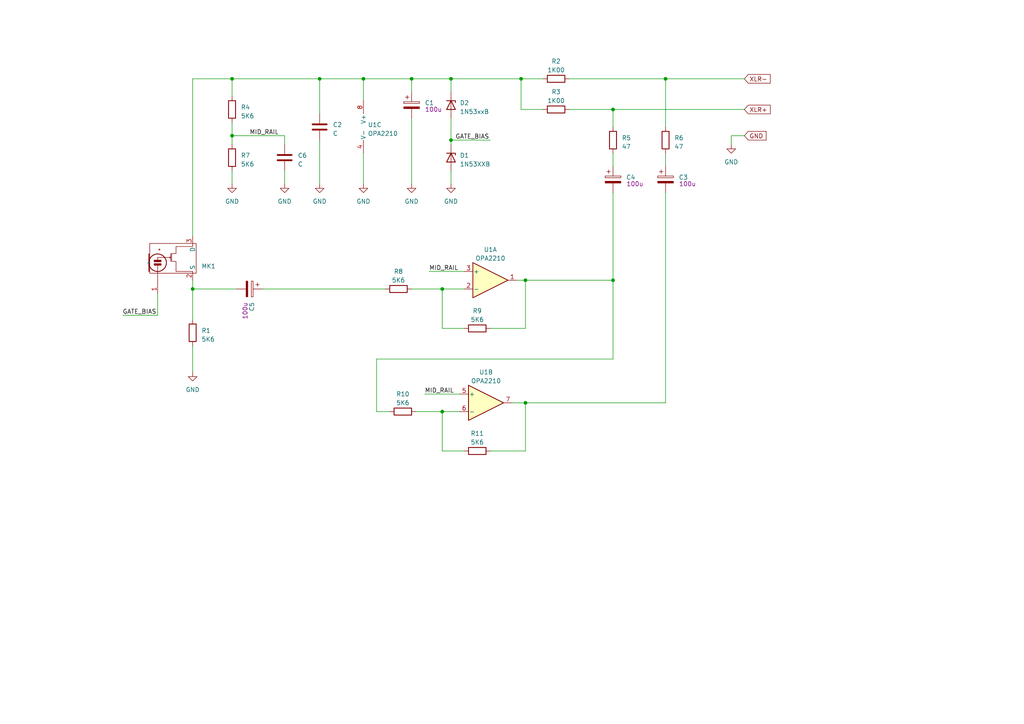
<source format=kicad_sch>
(kicad_sch (version 20230121) (generator eeschema)
  (paper "A4")
  (lib_symbols
    (symbol "Amplifier_Operational:OPA2210" (pin_names (offset 0.127))
      (property "Reference" "U" (at 0 5.08 0))
      (property "Value" "OPA2210" (at 0 -5.08 0))
      (symbol "OPA2210_1_1"
        (polyline (pts (xy -5.08 5.08) (xy 5.08 0) (xy -5.08 -5.08) (xy -5.08 5.08)) (stroke (width 0.254)) (fill (type background)))
        (pin output line (at 7.62 0 180) (length 2.54) (name "~") (number "1"))
        (pin input line (at -7.62 -2.54 0) (length 2.54) (name "-") (number "2"))
        (pin input line (at -7.62 2.54 0) (length 2.54) (name "+") (number "3"))
      )
      (symbol "OPA2210_2_1"
        (polyline (pts (xy -5.08 5.08) (xy 5.08 0) (xy -5.08 -5.08) (xy -5.08 5.08)) (stroke (width 0.254)) (fill (type background)))
        (pin input line (at -7.62 2.54 0) (length 2.54) (name "+") (number "5"))
        (pin input line (at -7.62 -2.54 0) (length 2.54) (name "-") (number "6"))
        (pin output line (at 7.62 0 180) (length 2.54) (name "~") (number "7"))
      )
      (symbol "OPA2210_3_1"
        (pin power_in line (at -2.54 -7.62 90) (length 3.81) (name "V-") (number "4"))
        (pin power_in line (at -2.54 7.62 270) (length 3.81) (name "V+") (number "8"))
      )
    )
    (symbol "Device:C" (pin_numbers hide) (pin_names (offset 0.254))
      (property "Reference" "C" (at 0.635 2.54 0))
      (property "Value" "C" (at 0.635 -2.54 0))
      (symbol "C_0_1"
        (polyline (pts (xy -2.032 -0.762) (xy 2.032 -0.762)) (stroke (width 0.508)))
        (polyline (pts (xy -2.032 0.762) (xy 2.032 0.762)) (stroke (width 0.508)))
      )
      (symbol "C_1_1"
        (pin passive line (at 0 3.81 270) (length 2.794) (name "~") (number "1"))
        (pin passive line (at 0 -3.81 90) (length 2.794) (name "~") (number "2"))
      )
    )
    (symbol "Device:C_Polarized" (pin_numbers hide) (pin_names (offset 0.254))
      (property "Reference" "C" (at 0.635 2.54 0))
      (property "Value" "C_Polarized" (at 0.635 -2.54 0))
      (symbol "C_Polarized_0_1"
        (rectangle (start -2.286 0.508) (end 2.286 1.016))
        (polyline (pts (xy -1.778 2.286) (xy -0.762 2.286)))
        (polyline (pts (xy -1.27 2.794) (xy -1.27 1.778)))
        (rectangle (start 2.286 -0.508) (end -2.286 -1.016) (fill (type outline)))
      )
      (symbol "C_Polarized_1_1"
        (pin passive line (at 0 3.81 270) (length 2.794) (name "~") (number "1"))
        (pin passive line (at 0 -3.81 90) (length 2.794) (name "~") (number "2"))
      )
    )
    (symbol "Device:Electret_3T"
      (property "Reference" "MK" (at -11.43 -1.27 0))
      (symbol "Electret_3T_0_1"
        (rectangle (start -8.636 4.318) (end 4.826 -4.318))
        (circle (center -6.35 -1.27) (radius 2.54) (stroke (width 0.254)))
        (rectangle (start -5.334 -1.524) (end -7.366 -2.032) (fill (type outline)))
        (rectangle (start -5.334 -0.508) (end -7.366 -1.016) (fill (type outline)))
        (polyline (pts (xy -8.89 1.27) (xy -8.89 -3.81)) (stroke (width 0.254)))
        (polyline (pts (xy -6.35 -7.62) (xy -6.35 -2.8194)))
        (polyline (pts (xy -6.35 -2.032) (xy -6.35 -2.794)))
        (polyline (pts (xy -6.35 -0.508) (xy -6.35 0.254)))
        (polyline (pts (xy -6.096 2.54) (xy -5.588 2.54)))
        (polyline (pts (xy -5.842 2.794) (xy -5.842 2.286)))
        (polyline (pts (xy -2.54 -0.889) (xy -2.54 1.397)))
        (polyline (pts (xy -6.35 0.254) (xy -2.667 0.254) (xy -2.8194 0.4318) (xy -2.8194 0.0762) (xy -2.667 0.254)))
        (polyline (pts (xy 3.81 3.81) (xy 3.81 3.429) (xy -1.016 3.429) (xy -1.016 1.397) (xy -2.286 1.397) (xy -2.286 -0.889) (xy -1.016 -0.889) (xy -1.016 -3.81) (xy 3.81 -3.81)))
      )
      (symbol "Electret_3T_1_1"
        (pin passive line (at -6.35 -10.16 90) (length 2.54) (name "") (number "1"))
        (pin passive line (at 3.81 -6.35 90) (length 2.54) (name "S") (number "2"))
        (pin passive line (at 3.81 6.35 270) (length 2.54) (name "D") (number "3"))
      )
    )
    (symbol "Device:R" (pin_numbers hide) (pin_names (offset 0))
      (property "Reference" "R" (at 2.032 0 90))
      (property "Value" "R" (at 0 0 90))
      (symbol "R_0_1"
        (rectangle (start -1.016 -2.54) (end 1.016 2.54) (stroke (width 0.254)))
      )
      (symbol "R_1_1"
        (pin passive line (at 0 3.81 270) (length 1.27) (name "~") (number "1"))
        (pin passive line (at 0 -3.81 90) (length 1.27) (name "~") (number "2"))
      )
    )
    (symbol "Diode:1N53xxB" (pin_numbers hide) (pin_names hide)
      (property "Reference" "D" (at 0 2.54 0))
      (property "Value" "1N53xxB" (at 0 -2.54 0))
      (symbol "1N53xxB_0_1"
        (polyline (pts (xy 1.27 0) (xy -1.27 0)))
        (polyline (pts (xy -1.27 -1.27) (xy -1.27 1.27) (xy -0.762 1.27)) (stroke (width 0.254)))
        (polyline (pts (xy 1.27 -1.27) (xy 1.27 1.27) (xy -1.27 0) (xy 1.27 -1.27)) (stroke (width 0.254)))
      )
      (symbol "1N53xxB_1_1"
        (pin passive line (at -3.81 0 0) (length 2.54) (name "K") (number "1"))
        (pin passive line (at 3.81 0 180) (length 2.54) (name "A") (number "2"))
      )
    )
    (symbol "power:GND" (power) (pin_names (offset 0))
      (property "Value" "GND" (at 0 -3.81 0))
      (symbol "GND_0_1"
        (polyline (pts (xy 0 0) (xy 0 -1.27) (xy 1.27 -1.27) (xy 0 -2.54) (xy -1.27 -1.27) (xy 0 -1.27)))
      )
      (symbol "GND_1_1"
        (pin power_in line (at 0 0 270) (length 0) hide (name "GND") (number "1"))
      )
    )
  )
  (junction (at 128.27 119.38))
  (junction (at 152.4 116.84))
  (junction (at 67.31 39.37))
  (junction (at 130.81 40.64))
  (junction (at 177.8 31.75))
  (junction (at 177.8 81.28))
  (junction (at 151.13 22.86))
  (junction (at 105.41 22.86))
  (junction (at 55.88 83.82))
  (junction (at 130.81 22.86))
  (junction (at 119.38 22.86))
  (junction (at 193.04 22.86))
  (junction (at 92.71 22.86))
  (junction (at 152.4 81.28))
  (junction (at 128.27 83.82))
  (junction (at 67.31 22.86))
  (wire (pts (xy 67.31 39.37) (xy 82.55 39.37)))
  (wire (pts (xy 92.71 40.64) (xy 92.71 53.34)))
  (wire (pts (xy 55.88 22.86) (xy 67.31 22.86)))
  (wire (pts (xy 109.22 119.38) (xy 109.22 104.14)))
  (wire (pts (xy 193.04 22.86) (xy 193.04 36.83)))
  (wire (pts (xy 128.27 130.81) (xy 128.27 119.38)))
  (wire (pts (xy 215.9 39.37) (xy 212.09 39.37)))
  (wire (pts (xy 177.8 31.75) (xy 215.9 31.75)))
  (wire (pts (xy 193.04 116.84) (xy 152.4 116.84)))
  (wire (pts (xy 165.1 22.86) (xy 193.04 22.86)))
  (wire (pts (xy 193.04 44.45) (xy 193.04 48.26)))
  (wire (pts (xy 67.31 22.86) (xy 92.71 22.86)))
  (wire (pts (xy 134.62 130.81) (xy 128.27 130.81)))
  (wire (pts (xy 67.31 22.86) (xy 67.31 27.94)))
  (wire (pts (xy 165.1 31.75) (xy 177.8 31.75)))
  (wire (pts (xy 55.88 83.82) (xy 55.88 92.71)))
  (wire (pts (xy 130.81 53.34) (xy 130.81 49.53)))
  (wire (pts (xy 177.8 81.28) (xy 152.4 81.28)))
  (wire (pts (xy 177.8 31.75) (xy 177.8 36.83)))
  (wire (pts (xy 193.04 22.86) (xy 215.9 22.86)))
  (wire (pts (xy 130.81 40.64) (xy 142.24 40.64)))
  (wire (pts (xy 130.81 34.29) (xy 130.81 40.64)))
  (wire (pts (xy 105.41 53.34) (xy 105.41 44.45)))
  (wire (pts (xy 92.71 22.86) (xy 105.41 22.86)))
  (wire (pts (xy 105.41 29.21) (xy 105.41 22.86)))
  (wire (pts (xy 76.2 83.82) (xy 111.76 83.82)))
  (wire (pts (xy 55.88 68.58) (xy 55.88 22.86)))
  (wire (pts (xy 119.38 26.67) (xy 119.38 22.86)))
  (wire (pts (xy 35.56 91.44) (xy 45.72 91.44)))
  (wire (pts (xy 119.38 83.82) (xy 128.27 83.82)))
  (wire (pts (xy 130.81 26.67) (xy 130.81 22.86)))
  (wire (pts (xy 152.4 116.84) (xy 148.59 116.84)))
  (wire (pts (xy 119.38 34.29) (xy 119.38 53.34)))
  (wire (pts (xy 128.27 95.25) (xy 128.27 83.82)))
  (wire (pts (xy 45.72 91.44) (xy 45.72 85.09)))
  (wire (pts (xy 177.8 55.88) (xy 177.8 81.28)))
  (wire (pts (xy 152.4 81.28) (xy 149.86 81.28)))
  (wire (pts (xy 151.13 22.86) (xy 157.48 22.86)))
  (wire (pts (xy 82.55 39.37) (xy 82.55 41.91)))
  (wire (pts (xy 193.04 55.88) (xy 193.04 116.84)))
  (wire (pts (xy 92.71 33.02) (xy 92.71 22.86)))
  (wire (pts (xy 55.88 81.28) (xy 55.88 83.82)))
  (wire (pts (xy 55.88 83.82) (xy 68.58 83.82)))
  (wire (pts (xy 134.62 95.25) (xy 128.27 95.25)))
  (wire (pts (xy 130.81 22.86) (xy 151.13 22.86)))
  (wire (pts (xy 109.22 104.14) (xy 177.8 104.14)))
  (wire (pts (xy 142.24 95.25) (xy 152.4 95.25)))
  (wire (pts (xy 82.55 53.34) (xy 82.55 49.53)))
  (wire (pts (xy 212.09 39.37) (xy 212.09 41.91)))
  (wire (pts (xy 124.46 78.74) (xy 134.62 78.74)))
  (wire (pts (xy 142.24 130.81) (xy 152.4 130.81)))
  (wire (pts (xy 152.4 95.25) (xy 152.4 81.28)))
  (wire (pts (xy 177.8 104.14) (xy 177.8 81.28)))
  (wire (pts (xy 67.31 39.37) (xy 67.31 41.91)))
  (wire (pts (xy 128.27 119.38) (xy 133.35 119.38)))
  (wire (pts (xy 113.03 119.38) (xy 109.22 119.38)))
  (wire (pts (xy 119.38 22.86) (xy 130.81 22.86)))
  (wire (pts (xy 55.88 100.33) (xy 55.88 107.95)))
  (wire (pts (xy 130.81 40.64) (xy 130.81 41.91)))
  (wire (pts (xy 128.27 83.82) (xy 134.62 83.82)))
  (wire (pts (xy 177.8 44.45) (xy 177.8 48.26)))
  (wire (pts (xy 152.4 130.81) (xy 152.4 116.84)))
  (wire (pts (xy 120.65 119.38) (xy 128.27 119.38)))
  (wire (pts (xy 67.31 49.53) (xy 67.31 53.34)))
  (wire (pts (xy 67.31 35.56) (xy 67.31 39.37)))
  (wire (pts (xy 151.13 31.75) (xy 151.13 22.86)))
  (wire (pts (xy 123.19 114.3) (xy 133.35 114.3)))
  (wire (pts (xy 157.48 31.75) (xy 151.13 31.75)))
  (wire (pts (xy 105.41 22.86) (xy 119.38 22.86)))
  (label "MID_RAIL" (at 123.19 114.3 0))
  (label "GATE_BIAS" (at 35.56 91.44 0))
  (label "GATE_BIAS" (at 132.08 40.64 0))
  (label "MID_RAIL" (at 72.39 39.37 0))
  (label "MID_RAIL" (at 124.46 78.74 0))
  (global_label "XLR+" (shape input) (at 215.9 31.75 0) (property "Intersheetrefs" "${INTERSHEET_REFS}" (effects hide)))
  (global_label "GND" (shape input) (at 215.9 39.37 0) (property "Intersheetrefs" "${INTERSHEET_REFS}" (effects hide)))
  (global_label "XLR-" (shape input) (at 215.9 22.86 0) (property "Intersheetrefs" "${INTERSHEET_REFS}" (effects hide)))
  (symbol (lib_id "power:GND") (at 55.88 107.95 0) (unit 1)
    (property "Reference" "#PWR02" (effects hide))
    (property "Value" "GND" (at 55.88 113.03 0))
  )
  (symbol (lib_id "Device:R") (at 115.57 83.82 90) (unit 1)
    (property "Reference" "R8" (at 115.57 78.74 90))
    (property "Value" "5K6" (at 115.57 81.28 90))
    (property "Footprint" "Resistor_SMD:R_0603_1608Metric_Pad0.98x0.95mm_HandSolder" (effects hide))
  )
  (symbol (lib_id "Device:R") (at 193.04 40.64 180) (unit 1)
    (property "Reference" "R6" (at 195.58 40.005 0) (effects (justify right)))
    (property "Value" "47" (at 195.58 42.545 0) (effects (justify right)))
    (property "Footprint" "Resistor_SMD:R_0603_1608Metric_Pad0.98x0.95mm_HandSolder" (effects hide))
  )
  (symbol (lib_id "Amplifier_Operational:OPA2210") (at 140.97 116.84 0) (unit 2)
    (property "Reference" "U1" (at 140.97 107.95 0))
    (property "Value" "OPA2210" (at 140.97 110.49 0))
    (property "Datasheet" "https://www.ti.com/lit/gpn/opa2210" (effects hide))
  )
  (symbol (lib_id "Amplifier_Operational:OPA2210") (at 107.95 36.83 0) (unit 3)
    (property "Reference" "U1" (at 106.68 36.195 0) (effects (justify left)))
    (property "Value" "OPA2210" (at 106.68 38.735 0) (effects (justify left)))
    (property "Datasheet" "https://www.ti.com/lit/gpn/opa2210" (effects hide))
  )
  (symbol (lib_id "Device:R") (at 55.88 96.52 0) (unit 1)
    (property "Reference" "R1" (at 58.42 95.885 0) (effects (justify left)))
    (property "Value" "5K6" (at 58.42 98.425 0) (effects (justify left)))
    (property "Footprint" "Resistor_SMD:R_0603_1608Metric_Pad0.98x0.95mm_HandSolder" (effects hide))
  )
  (symbol (lib_id "power:GND") (at 105.41 53.34 0) (unit 1)
    (property "Reference" "#PWR05" (effects hide))
    (property "Value" "GND" (at 105.41 58.42 0))
  )
  (symbol (lib_id "Device:C_Polarized") (at 72.39 83.82 270) (unit 1)
    (property "Reference" "C5" (at 73.025 87.63 0) (effects (justify left)))
    (property "Value" "UHE1H101MPD" (effects hide))
    (property "Footprint" "Capacitor_THT:CP_Radial_D8.0mm_P3.50mm" (effects hide))
    (property "Size" "100u" (at 71.12 90.17 0))
  )
  (symbol (lib_id "Device:R") (at 161.29 22.86 90) (unit 1)
    (property "Reference" "R2" (at 161.29 17.78 90))
    (property "Value" "1K00" (at 161.29 20.32 90))
    (property "Footprint" "Resistor_SMD:R_0603_1608Metric_Pad0.98x0.95mm_HandSolder" (effects hide))
  )
  (symbol (lib_id "Device:R") (at 177.8 40.64 180) (unit 1)
    (property "Reference" "R5" (at 180.34 40.005 0) (effects (justify right)))
    (property "Value" "47" (at 180.34 42.545 0) (effects (justify right)))
    (property "Footprint" "Resistor_SMD:R_0603_1608Metric_Pad0.98x0.95mm_HandSolder" (effects hide))
  )
  (symbol (lib_id "power:GND") (at 92.71 53.34 0) (unit 1)
    (property "Reference" "#PWR010" (effects hide))
    (property "Value" "GND" (at 92.71 58.42 0))
  )
  (symbol (lib_id "power:GND") (at 212.09 41.91 0) (unit 1)
    (property "Reference" "#PWR03" (effects hide))
    (property "Value" "GND" (at 212.09 46.99 0))
  )
  (symbol (lib_id "Device:R") (at 116.84 119.38 90) (unit 1)
    (property "Reference" "R10" (at 116.84 114.3 90))
    (property "Value" "5K6" (at 116.84 116.84 90))
    (property "Footprint" "Resistor_SMD:R_0603_1608Metric_Pad0.98x0.95mm_HandSolder" (effects hide))
  )
  (symbol (lib_id "power:GND") (at 82.55 53.34 0) (unit 1)
    (property "Reference" "#PWR06" (effects hide))
    (property "Value" "GND" (at 82.55 58.42 0))
  )
  (symbol (lib_id "power:GND") (at 67.31 53.34 0) (unit 1)
    (property "Reference" "#PWR01" (effects hide))
    (property "Value" "GND" (at 67.31 58.42 0))
  )
  (symbol (lib_id "Device:R") (at 67.31 31.75 0) (unit 1)
    (property "Reference" "R4" (at 69.85 31.115 0) (effects (justify left)))
    (property "Value" "5K6" (at 69.85 33.655 0) (effects (justify left)))
    (property "Footprint" "Resistor_SMD:R_0603_1608Metric_Pad0.98x0.95mm_HandSolder" (effects hide))
  )
  (symbol (lib_id "Device:C_Polarized") (at 177.8 52.07 0) (unit 1)
    (property "Reference" "C4" (at 181.61 51.435 0) (effects (justify left)))
    (property "Value" "UHE1H101MPD" (effects hide))
    (property "Footprint" "Capacitor_THT:CP_Radial_D8.0mm_P3.50mm" (effects hide))
    (property "Size" "100u" (at 184.15 53.34 0))
  )
  (symbol (lib_id "power:GND") (at 119.38 53.34 0) (unit 1)
    (property "Reference" "#PWR07" (effects hide))
    (property "Value" "GND" (at 119.38 58.42 0))
  )
  (symbol (lib_id "Device:R") (at 138.43 130.81 90) (unit 1)
    (property "Reference" "R11" (at 138.43 125.73 90))
    (property "Value" "5K6" (at 138.43 128.27 90))
    (property "Footprint" "Resistor_SMD:R_0603_1608Metric_Pad0.98x0.95mm_HandSolder" (effects hide))
  )
  (symbol (lib_id "Diode:1N53xxB") (at 130.81 30.48 270) (unit 1)
    (property "Reference" "D2" (at 133.35 29.845 90) (effects (justify left)))
    (property "Value" "1N53xxB" (at 133.35 32.385 90) (effects (justify left)))
    (property "Footprint" "Diode_THT:D_DO-201_P15.24mm_Horizontal" (effects hide))
    (property "Datasheet" "https://diotec.com/tl_files/diotec/files/pdf/datasheets/1n5345b.pdf" (effects hide))
  )
  (symbol (lib_id "Amplifier_Operational:OPA2210") (at 142.24 81.28 0) (unit 1)
    (property "Reference" "U1" (at 142.24 72.39 0))
    (property "Value" "OPA2210" (at 142.24 74.93 0))
    (property "Datasheet" "https://www.ti.com/lit/gpn/opa2210" (effects hide))
  )
  (symbol (lib_id "Device:C_Polarized") (at 119.38 30.48 0) (unit 1)
    (property "Reference" "C1" (at 123.19 29.845 0) (effects (justify left)))
    (property "Value" "UHE1H101MPD" (effects hide))
    (property "Footprint" "Capacitor_THT:CP_Radial_D8.0mm_P3.50mm" (effects hide))
    (property "Size" "100u" (at 125.73 31.75 0))
  )
  (symbol (lib_id "Diode:1N53xxB") (at 130.81 45.72 270) (unit 1)
    (property "Reference" "D1" (at 133.35 45.085 90) (effects (justify left)))
    (property "Value" "1N53XXB" (at 133.35 47.625 90) (effects (justify left)))
    (property "Footprint" "Diode_THT:D_DO-201_P15.24mm_Horizontal" (effects hide))
    (property "Datasheet" "https://diotec.com/tl_files/diotec/files/pdf/datasheets/1n5345b.pdf" (effects hide))
  )
  (symbol (lib_id "Device:Electret_3T") (at 52.07 74.93 0) (unit 1)
    (property "Reference" "MK1" (at 58.42 77.216 0) (effects (justify left)))
    (property "Value" "~" (at 43.18 76.2 0))
  )
  (symbol (lib_id "Device:C") (at 92.71 36.83 0) (unit 1)
    (property "Reference" "C2" (at 96.52 36.195 0) (effects (justify left)))
    (property "Value" "C" (at 96.52 38.735 0) (effects (justify left)))
  )
  (symbol (lib_id "power:GND") (at 130.81 53.34 0) (unit 1)
    (property "Reference" "#PWR04" (effects hide))
    (property "Value" "GND" (at 130.81 58.42 0))
  )
  (symbol (lib_id "Device:C_Polarized") (at 193.04 52.07 0) (unit 1)
    (property "Reference" "C3" (at 196.85 51.435 0) (effects (justify left)))
    (property "Value" "UHE1H101MPD" (effects hide))
    (property "Footprint" "Capacitor_THT:CP_Radial_D8.0mm_P3.50mm" (effects hide))
    (property "Size" "100u" (at 199.39 53.34 0))
  )
  (symbol (lib_id "Device:R") (at 138.43 95.25 90) (unit 1)
    (property "Reference" "R9" (at 138.43 90.17 90))
    (property "Value" "5K6" (at 138.43 92.71 90))
    (property "Footprint" "Resistor_SMD:R_0603_1608Metric_Pad0.98x0.95mm_HandSolder" (effects hide))
  )
  (symbol (lib_id "Device:R") (at 161.29 31.75 90) (unit 1)
    (property "Reference" "R3" (at 161.29 26.67 90))
    (property "Value" "1K00" (at 161.29 29.21 90))
    (property "Footprint" "Resistor_SMD:R_0603_1608Metric_Pad0.98x0.95mm_HandSolder" (effects hide))
  )
  (symbol (lib_id "Device:R") (at 67.31 45.72 0) (unit 1)
    (property "Reference" "R7" (at 69.85 45.085 0) (effects (justify left)))
    (property "Value" "5K6" (at 69.85 47.625 0) (effects (justify left)))
    (property "Footprint" "Resistor_SMD:R_0603_1608Metric_Pad0.98x0.95mm_HandSolder" (effects hide))
  )
  (symbol (lib_id "Device:C") (at 82.55 45.72 0) (unit 1)
    (property "Reference" "C6" (at 86.36 45.085 0) (effects (justify left)))
    (property "Value" "C" (at 86.36 47.625 0) (effects (justify left)))
  )
)
</source>
